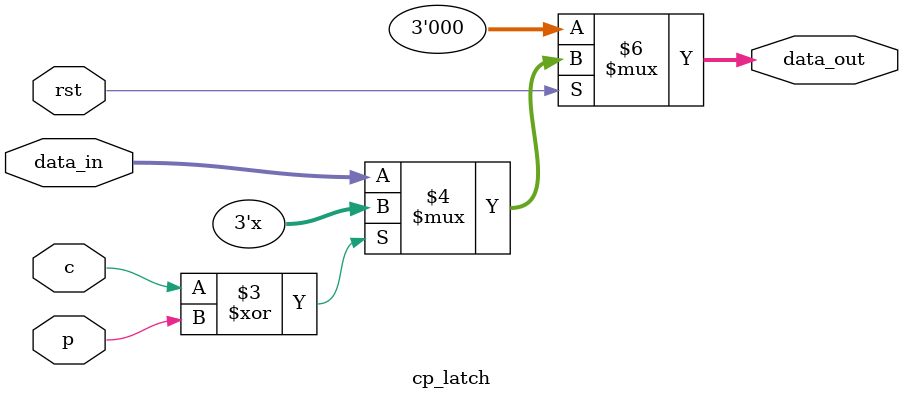
<source format=v>
module cp_latch(c,p,rst,data_in,data_out);
  input c;
  input p;
  input rst;
  input [2:0] data_in;
  output reg [2:0] data_out;
  
  always@(*)
  begin 
    if(!rst)
      data_out<=3'b000;
    else
      data_out<=(c^p)?data_out:data_in;
  end
endmodule
</source>
